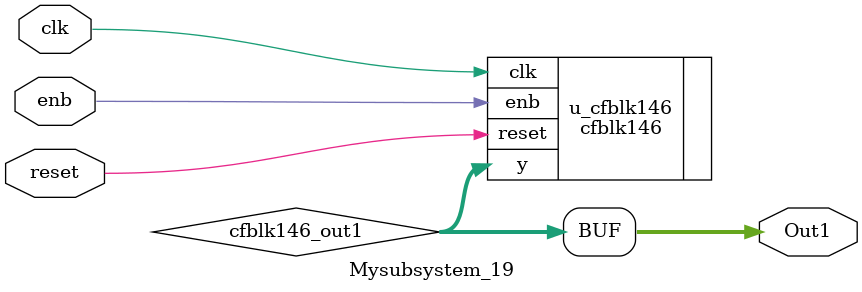
<source format=v>



`timescale 1 ns / 1 ns

module Mysubsystem_19
          (clk,
           reset,
           enb,
           Out1);


  input   clk;
  input   reset;
  input   enb;
  output  [15:0] Out1;  // uint16


  wire [15:0] cfblk146_out1;  // uint16


  cfblk146 u_cfblk146 (.clk(clk),
                       .reset(reset),
                       .enb(enb),
                       .y(cfblk146_out1)  // uint16
                       );

  assign Out1 = cfblk146_out1;

endmodule  // Mysubsystem_19


</source>
